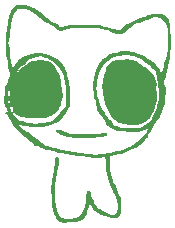
<source format=gto>
G04 #@! TF.GenerationSoftware,KiCad,Pcbnew,7.0.9*
G04 #@! TF.CreationDate,2023-12-10T23:46:28+00:00*
G04 #@! TF.ProjectId,eobard-plate,656f6261-7264-42d7-906c-6174652e6b69,2.2*
G04 #@! TF.SameCoordinates,Original*
G04 #@! TF.FileFunction,Legend,Top*
G04 #@! TF.FilePolarity,Positive*
%FSLAX46Y46*%
G04 Gerber Fmt 4.6, Leading zero omitted, Abs format (unit mm)*
G04 Created by KiCad (PCBNEW 7.0.9) date 2023-12-10 23:46:28*
%MOMM*%
%LPD*%
G01*
G04 APERTURE LIST*
G04 APERTURE END LIST*
G36*
X144801188Y-111748395D02*
G01*
X144929824Y-111780903D01*
X145104810Y-111845263D01*
X145349186Y-111949802D01*
X145629850Y-112077012D01*
X145750143Y-112103806D01*
X145964659Y-112124328D01*
X146249488Y-112138663D01*
X146580719Y-112146895D01*
X146934441Y-112149110D01*
X147286742Y-112145391D01*
X147613712Y-112135824D01*
X147891440Y-112120494D01*
X148096015Y-112099485D01*
X148203526Y-112072883D01*
X148210382Y-112067857D01*
X148329650Y-112009519D01*
X148498342Y-111989215D01*
X148666365Y-112005401D01*
X148783628Y-112056532D01*
X148805012Y-112086196D01*
X148813805Y-112201468D01*
X148716837Y-112257476D01*
X148691570Y-112261996D01*
X148565836Y-112305554D01*
X148513793Y-112333964D01*
X148414606Y-112360329D01*
X148221304Y-112384500D01*
X147964892Y-112403275D01*
X147763054Y-112411530D01*
X147406895Y-112421357D01*
X147020244Y-112431869D01*
X146668055Y-112441307D01*
X146552733Y-112444351D01*
X146296162Y-112445939D01*
X146084623Y-112437755D01*
X145951333Y-112421470D01*
X145927117Y-112412904D01*
X145821971Y-112383364D01*
X145650324Y-112367040D01*
X145599466Y-112365983D01*
X145428427Y-112355554D01*
X145315483Y-112330733D01*
X145300488Y-112321506D01*
X145202393Y-112271257D01*
X145180578Y-112266704D01*
X145083303Y-112235031D01*
X144918569Y-112166470D01*
X144807019Y-112115648D01*
X144614339Y-112000795D01*
X144513472Y-111890105D01*
X144509271Y-111800008D01*
X144606590Y-111746931D01*
X144695863Y-111739409D01*
X144801188Y-111748395D01*
G37*
G36*
X150905784Y-105851986D02*
G01*
X151237804Y-105952686D01*
X151476624Y-106100528D01*
X151486500Y-106109868D01*
X151622295Y-106225661D01*
X151730711Y-106291110D01*
X151754333Y-106296552D01*
X151824853Y-106337392D01*
X151829556Y-106359113D01*
X151878232Y-106418453D01*
X151900730Y-106421675D01*
X151990116Y-106460869D01*
X152137454Y-106561085D01*
X152310840Y-106696274D01*
X152478369Y-106840387D01*
X152608137Y-106967373D01*
X152666974Y-107047291D01*
X152732315Y-107185104D01*
X152761650Y-107234976D01*
X152844286Y-107399297D01*
X152908850Y-107582313D01*
X152921913Y-107641626D01*
X152953949Y-107746957D01*
X152985114Y-107822896D01*
X153002434Y-107984188D01*
X152966415Y-108133092D01*
X152927970Y-108310179D01*
X152956181Y-108386625D01*
X152987693Y-108477750D01*
X153007769Y-108651685D01*
X153016427Y-108870977D01*
X153013685Y-109098171D01*
X152999561Y-109295816D01*
X152974073Y-109426456D01*
X152955665Y-109455911D01*
X152909833Y-109540863D01*
X152893103Y-109670929D01*
X152850492Y-109921369D01*
X152737601Y-110199190D01*
X152594584Y-110425616D01*
X152491414Y-110583995D01*
X152429375Y-110719339D01*
X152349792Y-110829804D01*
X152193806Y-110962769D01*
X152000429Y-111092405D01*
X151808670Y-111192884D01*
X151657541Y-111238377D01*
X151644624Y-111238916D01*
X151525251Y-111267858D01*
X151485468Y-111301478D01*
X151406006Y-111333543D01*
X151240026Y-111353563D01*
X151025559Y-111361477D01*
X150800635Y-111357225D01*
X150603283Y-111340745D01*
X150471535Y-111311977D01*
X150453741Y-111303135D01*
X150340753Y-111262046D01*
X150153987Y-111221571D01*
X150027142Y-111202504D01*
X149774245Y-111148497D01*
X149634135Y-111062173D01*
X149620544Y-111043485D01*
X149534719Y-110949420D01*
X149480153Y-110926109D01*
X149382814Y-110877707D01*
X149257534Y-110757659D01*
X149137135Y-110603695D01*
X149054438Y-110453549D01*
X149044809Y-110425616D01*
X148990940Y-110285555D01*
X148899524Y-110085818D01*
X148818949Y-109925123D01*
X148723221Y-109725578D01*
X148657962Y-109558350D01*
X148639050Y-109475244D01*
X148611210Y-109365440D01*
X148585513Y-109336449D01*
X148555827Y-109262748D01*
X148524213Y-109096128D01*
X148496342Y-108868561D01*
X148489900Y-108797298D01*
X148461151Y-108543869D01*
X148423000Y-108328316D01*
X148382716Y-108189846D01*
X148374261Y-108173575D01*
X148332730Y-108036571D01*
X148371168Y-107911373D01*
X148424387Y-107757328D01*
X148470426Y-107551523D01*
X148479934Y-107491189D01*
X148512958Y-107307153D01*
X148550080Y-107173416D01*
X148562494Y-107147100D01*
X148643058Y-106978270D01*
X148704731Y-106773852D01*
X148732628Y-106590737D01*
X148727449Y-106516635D01*
X148743830Y-106395337D01*
X148855772Y-106241327D01*
X148933196Y-106163115D01*
X149105667Y-106021396D01*
X149290360Y-105931659D01*
X149540540Y-105869017D01*
X149577340Y-105862167D01*
X150052870Y-105803783D01*
X150503246Y-105801370D01*
X150905784Y-105851986D01*
G37*
G36*
X141776098Y-101175681D02*
G01*
X141949818Y-101196318D01*
X142036407Y-101226177D01*
X142038670Y-101229064D01*
X142126643Y-101281061D01*
X142202640Y-101291626D01*
X142383362Y-101329930D01*
X142622744Y-101432071D01*
X142885813Y-101578889D01*
X143137594Y-101751226D01*
X143312738Y-101899722D01*
X143516518Y-102088503D01*
X143731185Y-102275884D01*
X143852955Y-102375727D01*
X144015629Y-102506246D01*
X144145874Y-102615459D01*
X144185872Y-102651440D01*
X144313086Y-102715844D01*
X144410782Y-102730542D01*
X144561802Y-102777150D01*
X144694173Y-102888405D01*
X144759144Y-103021452D01*
X144760098Y-103037607D01*
X144810580Y-103078768D01*
X144933363Y-103078250D01*
X145085451Y-103042981D01*
X145223849Y-102979889D01*
X145254611Y-102957924D01*
X145344743Y-102934870D01*
X145538497Y-102916089D01*
X145814443Y-102901590D01*
X146151152Y-102891382D01*
X146527195Y-102885472D01*
X146921142Y-102883872D01*
X147311565Y-102886588D01*
X147677033Y-102893630D01*
X147996119Y-102905007D01*
X148247392Y-102920727D01*
X148409424Y-102940799D01*
X148457289Y-102956607D01*
X148571544Y-103009074D01*
X148751406Y-103056219D01*
X148817528Y-103067879D01*
X149035164Y-103116469D01*
X149232201Y-103184602D01*
X149267992Y-103201543D01*
X149449988Y-103262170D01*
X149668477Y-103292719D01*
X149705993Y-103293596D01*
X149903596Y-103272940D01*
X150036476Y-103195471D01*
X150092685Y-103132520D01*
X150224278Y-102999131D01*
X150351935Y-102913704D01*
X150511425Y-102837494D01*
X150593965Y-102793253D01*
X150747476Y-102705590D01*
X150812931Y-102668340D01*
X150934138Y-102605590D01*
X151114777Y-102518429D01*
X151203941Y-102476970D01*
X151413248Y-102379068D01*
X151606330Y-102285783D01*
X151662582Y-102257644D01*
X151831779Y-102192322D01*
X151970464Y-102167488D01*
X152120883Y-102126525D01*
X152212349Y-102066928D01*
X152346242Y-102002456D01*
X152589136Y-101956723D01*
X152854099Y-101933263D01*
X153122666Y-101920063D01*
X153306329Y-101925070D01*
X153444735Y-101954508D01*
X153577529Y-102014598D01*
X153656022Y-102059144D01*
X153805262Y-102154679D01*
X153922999Y-102256786D01*
X154012927Y-102380963D01*
X154078742Y-102542703D01*
X154124138Y-102757504D01*
X154152811Y-103040861D01*
X154168456Y-103408269D01*
X154174768Y-103875226D01*
X154175616Y-104238117D01*
X154172716Y-104791947D01*
X154163944Y-105223221D01*
X154149191Y-105534374D01*
X154128346Y-105727842D01*
X154105305Y-105802157D01*
X154055583Y-105913072D01*
X154008478Y-106096055D01*
X153989968Y-106202710D01*
X153954679Y-106395892D01*
X153915095Y-106538526D01*
X153895887Y-106578079D01*
X153864737Y-106670713D01*
X153834875Y-106845670D01*
X153817615Y-107009745D01*
X153777270Y-107279123D01*
X153706962Y-107433410D01*
X153681977Y-107456665D01*
X153611703Y-107582185D01*
X153626747Y-107782698D01*
X153715828Y-108021397D01*
X153747902Y-108159106D01*
X153760062Y-108376596D01*
X153754973Y-108648329D01*
X153735304Y-108948764D01*
X153703723Y-109252365D01*
X153662898Y-109533593D01*
X153615495Y-109766909D01*
X153564184Y-109926775D01*
X153511631Y-109987652D01*
X153510429Y-109987685D01*
X153464191Y-110039430D01*
X153455772Y-110097168D01*
X153427404Y-110229210D01*
X153362262Y-110385206D01*
X153305105Y-110520259D01*
X153293884Y-110603468D01*
X153294958Y-110605541D01*
X153269485Y-110669402D01*
X153177763Y-110796035D01*
X153044379Y-110952659D01*
X152901691Y-111125884D01*
X152801866Y-111276868D01*
X152767980Y-111365919D01*
X152722934Y-111495383D01*
X152674138Y-111551724D01*
X152594720Y-111656590D01*
X152580295Y-111712680D01*
X152533432Y-111818731D01*
X152502093Y-111845783D01*
X152397079Y-111956994D01*
X152306008Y-112118292D01*
X152267487Y-112260637D01*
X152224578Y-112363410D01*
X152142364Y-112458867D01*
X152048262Y-112572866D01*
X152017241Y-112656248D01*
X151974992Y-112733000D01*
X151945784Y-112740394D01*
X151864283Y-112778153D01*
X151720742Y-112876911D01*
X151554774Y-113008306D01*
X151206400Y-113266990D01*
X150904296Y-113418344D01*
X150724864Y-113461962D01*
X150582042Y-113510378D01*
X150419697Y-113604768D01*
X150410617Y-113611379D01*
X150224398Y-113703991D01*
X149975411Y-113769936D01*
X149888709Y-113782524D01*
X149686868Y-113812064D01*
X149534967Y-113846639D01*
X149483497Y-113867877D01*
X149382203Y-113912766D01*
X149223713Y-113956772D01*
X149217611Y-113958092D01*
X149014285Y-114001567D01*
X149014285Y-114433367D01*
X149046467Y-115019115D01*
X149138784Y-115566254D01*
X149284893Y-116040892D01*
X149338144Y-116163816D01*
X149437183Y-116363979D01*
X149521573Y-116515355D01*
X149573120Y-116585322D01*
X149573270Y-116585416D01*
X149619226Y-116663588D01*
X149661853Y-116811499D01*
X149665769Y-116831327D01*
X149720112Y-117015688D01*
X149811751Y-117237521D01*
X149860546Y-117335821D01*
X149939188Y-117503689D01*
X149986151Y-117670001D01*
X150008990Y-117876105D01*
X150015257Y-118163350D01*
X150015271Y-118182870D01*
X150008663Y-118434941D01*
X149990995Y-118636871D01*
X149965501Y-118757916D01*
X149952709Y-118777586D01*
X149898690Y-118866518D01*
X149890148Y-118927986D01*
X149839801Y-119087907D01*
X149700968Y-119187746D01*
X149491959Y-119232616D01*
X149231084Y-119227630D01*
X148936654Y-119177900D01*
X148626979Y-119088539D01*
X148320369Y-118964660D01*
X148035136Y-118811374D01*
X147789588Y-118633796D01*
X147602036Y-118437036D01*
X147503006Y-118261453D01*
X147421260Y-118115275D01*
X147338522Y-118063015D01*
X147278470Y-118109660D01*
X147262561Y-118210840D01*
X147239494Y-118343308D01*
X147200000Y-118402217D01*
X147157390Y-118485559D01*
X147137611Y-118636608D01*
X147137438Y-118652463D01*
X147119504Y-118807782D01*
X147075843Y-118901555D01*
X147071018Y-118905095D01*
X146999416Y-118991056D01*
X146946833Y-119098075D01*
X146862217Y-119229286D01*
X146778648Y-119289191D01*
X146640020Y-119362446D01*
X146558301Y-119422808D01*
X146487347Y-119471782D01*
X146390755Y-119508776D01*
X146246743Y-119537431D01*
X146033531Y-119561389D01*
X145729334Y-119584289D01*
X145509691Y-119598096D01*
X145261489Y-119607131D01*
X145061715Y-119603305D01*
X144942672Y-119587658D01*
X144925783Y-119579313D01*
X144842500Y-119529974D01*
X144829425Y-119528325D01*
X144756696Y-119491506D01*
X144632427Y-119400029D01*
X144595372Y-119369559D01*
X144435205Y-119168611D01*
X144310987Y-118882127D01*
X144238231Y-118548014D01*
X144231323Y-118480066D01*
X144207196Y-118338669D01*
X144175837Y-118266314D01*
X144157274Y-118188965D01*
X144143025Y-118017691D01*
X144135274Y-117783671D01*
X144134483Y-117676024D01*
X144127791Y-117425623D01*
X144109916Y-117225488D01*
X144084155Y-117106594D01*
X144071921Y-117088424D01*
X144029287Y-117003631D01*
X144011216Y-116855472D01*
X144018814Y-116702137D01*
X144053184Y-116601816D01*
X144062529Y-116593736D01*
X144090862Y-116520499D01*
X144121186Y-116352875D01*
X144148489Y-116121405D01*
X144157809Y-116013040D01*
X144183390Y-115759526D01*
X144215551Y-115552790D01*
X144248766Y-115425430D01*
X144261043Y-115404080D01*
X144297784Y-115308737D01*
X144319580Y-115138965D01*
X144322167Y-115053087D01*
X144331288Y-114870590D01*
X144354349Y-114743953D01*
X144367789Y-114717597D01*
X144393997Y-114633492D01*
X144411116Y-114468278D01*
X144414710Y-114347441D01*
X144421951Y-114154896D01*
X144449167Y-114057241D01*
X144507603Y-114024544D01*
X144536632Y-114022907D01*
X144650525Y-114081611D01*
X144710511Y-114210591D01*
X144734160Y-114377012D01*
X144732363Y-114580064D01*
X144709404Y-114775042D01*
X144669563Y-114917241D01*
X144638837Y-114958943D01*
X144610934Y-115031652D01*
X144580264Y-115198807D01*
X144551912Y-115429977D01*
X144541897Y-115539096D01*
X144515097Y-115789014D01*
X144482317Y-115988577D01*
X144449108Y-116106937D01*
X144436466Y-116124953D01*
X144412146Y-116200125D01*
X144394543Y-116372391D01*
X144383525Y-116613911D01*
X144378960Y-116896842D01*
X144380715Y-117193344D01*
X144388657Y-117475576D01*
X144402656Y-117715697D01*
X144422577Y-117885864D01*
X144445162Y-117955902D01*
X144488925Y-118058139D01*
X144509928Y-118221969D01*
X144510237Y-118242685D01*
X144534888Y-118445630D01*
X144593704Y-118623975D01*
X144594419Y-118625352D01*
X144675644Y-118814273D01*
X144721383Y-118957923D01*
X144826953Y-119132062D01*
X145038264Y-119245452D01*
X145350813Y-119296520D01*
X145675593Y-119291084D01*
X146059670Y-119233796D01*
X146368815Y-119118495D01*
X146610695Y-118934418D01*
X146792978Y-118670803D01*
X146923332Y-118316888D01*
X147009425Y-117861913D01*
X147055570Y-117354311D01*
X147075738Y-117101058D01*
X147102960Y-116950844D01*
X147143004Y-116881590D01*
X147182226Y-116869458D01*
X147309430Y-116924806D01*
X147408674Y-117062100D01*
X147448256Y-117231680D01*
X147477624Y-117377008D01*
X147548435Y-117564141D01*
X147575369Y-117620197D01*
X147652366Y-117786178D01*
X147696449Y-117910372D01*
X147700492Y-117936080D01*
X147742830Y-118024224D01*
X147848259Y-118157649D01*
X147984406Y-118302594D01*
X148118894Y-118425301D01*
X148219350Y-118492009D01*
X148237497Y-118496059D01*
X148336206Y-118539604D01*
X148385937Y-118586609D01*
X148487244Y-118660326D01*
X148658470Y-118744039D01*
X148753327Y-118780912D01*
X148959705Y-118857794D01*
X149139507Y-118930744D01*
X149192865Y-118954677D01*
X149295033Y-118986994D01*
X149383821Y-118956400D01*
X149499551Y-118845968D01*
X149528675Y-118813711D01*
X149621720Y-118703143D01*
X149675677Y-118605218D01*
X149698626Y-118483530D01*
X149698647Y-118301675D01*
X149688012Y-118095824D01*
X149642642Y-117720734D01*
X149557583Y-117410525D01*
X149440360Y-117187881D01*
X149360186Y-117107513D01*
X149329040Y-117041235D01*
X149339207Y-117024175D01*
X149331892Y-116953379D01*
X149266534Y-116822241D01*
X149227912Y-116761797D01*
X149133296Y-116599634D01*
X149080688Y-116465314D01*
X149076847Y-116436717D01*
X149042732Y-116305067D01*
X148992033Y-116210842D01*
X148935946Y-116079678D01*
X148884995Y-115878714D01*
X148862888Y-115744914D01*
X148826538Y-115539031D01*
X148780946Y-115379190D01*
X148752147Y-115322370D01*
X148723152Y-115228550D01*
X148698876Y-115040815D01*
X148682603Y-114790367D01*
X148677967Y-114617007D01*
X148669607Y-114301862D01*
X148652307Y-114101737D01*
X148623723Y-114006705D01*
X148581510Y-114006837D01*
X148545074Y-114054187D01*
X148468332Y-114081944D01*
X148298908Y-114101471D01*
X148068978Y-114112657D01*
X147810718Y-114115389D01*
X147556306Y-114109556D01*
X147337919Y-114095044D01*
X147187732Y-114071742D01*
X147152230Y-114059044D01*
X147046739Y-114029008D01*
X146848252Y-113993741D01*
X146588469Y-113958333D01*
X146386699Y-113936145D01*
X145798578Y-113873204D01*
X145323261Y-113811669D01*
X144948480Y-113749355D01*
X144661969Y-113684079D01*
X144451459Y-113613656D01*
X144375076Y-113578049D01*
X144206930Y-113523356D01*
X143990506Y-113493193D01*
X143925197Y-113491133D01*
X143746480Y-113478441D01*
X143625545Y-113446403D01*
X143602709Y-113428572D01*
X143513411Y-113373761D01*
X143457327Y-113366010D01*
X143336738Y-113337578D01*
X143167741Y-113266760D01*
X143117157Y-113240887D01*
X142930077Y-113160412D01*
X142759009Y-113117800D01*
X142727074Y-113115764D01*
X142606583Y-113088714D01*
X142570640Y-112988073D01*
X142570443Y-112974632D01*
X142515298Y-112836725D01*
X142386194Y-112751943D01*
X142256882Y-112672139D01*
X142071792Y-112530056D01*
X141863904Y-112351608D01*
X141789457Y-112283100D01*
X141568327Y-112078043D01*
X141348031Y-111878015D01*
X141168172Y-111718870D01*
X141132090Y-111687909D01*
X141014212Y-111581921D01*
X140915981Y-111473615D01*
X140820343Y-111337744D01*
X140710245Y-111149062D01*
X140568634Y-110882322D01*
X140505911Y-110760880D01*
X140404394Y-110581322D01*
X140312736Y-110448705D01*
X140271305Y-110406867D01*
X140198657Y-110322190D01*
X140222952Y-110253551D01*
X140286946Y-110237931D01*
X140358790Y-110231106D01*
X140371325Y-110189766D01*
X140324605Y-110082619D01*
X140287331Y-110010477D01*
X140220917Y-109854559D01*
X140213697Y-109822904D01*
X140593008Y-109822904D01*
X140599388Y-109907600D01*
X140600158Y-109909483D01*
X140657590Y-110067086D01*
X140676710Y-110128448D01*
X140729243Y-110221081D01*
X140763454Y-110237931D01*
X140812676Y-110288635D01*
X140818719Y-110330675D01*
X140864168Y-110437408D01*
X140979500Y-110586248D01*
X141133194Y-110746003D01*
X141293729Y-110885482D01*
X141429582Y-110973491D01*
X141483660Y-110988670D01*
X141616021Y-111015462D01*
X141666428Y-111045704D01*
X141816079Y-111123982D01*
X142063876Y-111180902D01*
X142384394Y-111214743D01*
X142752206Y-111223783D01*
X143141887Y-111206299D01*
X143477640Y-111168362D01*
X143726404Y-111124075D01*
X143930586Y-111063918D01*
X144113886Y-110972480D01*
X144300000Y-110834352D01*
X144512626Y-110634122D01*
X144775463Y-110356379D01*
X144847934Y-110277256D01*
X145354433Y-109722246D01*
X145348865Y-108820259D01*
X145341774Y-108437919D01*
X145326378Y-108139547D01*
X145303721Y-107938930D01*
X145275552Y-107850527D01*
X145233463Y-107739909D01*
X145241198Y-107695767D01*
X145236526Y-107573671D01*
X145213186Y-107531346D01*
X145161899Y-107421124D01*
X145115559Y-107250726D01*
X145109683Y-107220262D01*
X145051693Y-107013455D01*
X144959038Y-106785815D01*
X144929482Y-106726866D01*
X144825498Y-106572935D01*
X144669848Y-106389573D01*
X144488121Y-106201642D01*
X144305908Y-106034005D01*
X144148799Y-105911524D01*
X144042383Y-105859060D01*
X144035812Y-105858621D01*
X143936379Y-105815080D01*
X143888295Y-105769669D01*
X143782815Y-105703909D01*
X143610140Y-105648816D01*
X143552186Y-105637472D01*
X143368432Y-105595435D01*
X143232116Y-105543693D01*
X143209048Y-105528879D01*
X143107810Y-105500508D01*
X143055772Y-105535952D01*
X142949520Y-105583195D01*
X142779526Y-105607500D01*
X142741115Y-105608375D01*
X142528711Y-105641575D01*
X142305378Y-105727568D01*
X142107529Y-105845936D01*
X141971580Y-105976264D01*
X141933056Y-106061412D01*
X141855184Y-106186242D01*
X141734780Y-106241806D01*
X141555520Y-106317295D01*
X141431883Y-106401663D01*
X141325906Y-106526283D01*
X141227266Y-106687692D01*
X141153571Y-106848958D01*
X141122429Y-106973152D01*
X141137273Y-107019561D01*
X141186999Y-107003261D01*
X141194088Y-106963834D01*
X141244618Y-106863924D01*
X141287931Y-106836982D01*
X141370896Y-106767685D01*
X141381773Y-106730834D01*
X141427268Y-106644409D01*
X141532284Y-106536001D01*
X141649623Y-106448942D01*
X141716262Y-106423756D01*
X141788484Y-106384209D01*
X141920671Y-106284023D01*
X142043700Y-106180071D01*
X142225824Y-106041514D01*
X142420256Y-105947802D01*
X142656367Y-105891332D01*
X142963530Y-105864499D01*
X143282993Y-105859267D01*
X143688982Y-105902266D01*
X144016256Y-106035954D01*
X144278785Y-106269649D01*
X144490539Y-106612670D01*
X144524698Y-106687562D01*
X144592431Y-106809500D01*
X144648691Y-106859606D01*
X144694401Y-106909294D01*
X144697922Y-106937808D01*
X144725454Y-107045630D01*
X144789766Y-107191353D01*
X144836082Y-107333162D01*
X144880269Y-107559183D01*
X144914915Y-107828614D01*
X144923627Y-107928398D01*
X144947991Y-108180797D01*
X144977421Y-108382392D01*
X145007064Y-108503064D01*
X145019468Y-108523126D01*
X145061566Y-108612252D01*
X145071585Y-108776896D01*
X145052113Y-108972352D01*
X145005739Y-109153914D01*
X144979449Y-109214154D01*
X144911949Y-109385680D01*
X144885607Y-109530421D01*
X144859704Y-109656638D01*
X144822660Y-109706158D01*
X144768527Y-109795142D01*
X144760098Y-109855827D01*
X144716273Y-109963423D01*
X144607075Y-110109304D01*
X144465918Y-110258354D01*
X144326216Y-110375458D01*
X144221384Y-110425503D01*
X144217898Y-110425616D01*
X144141558Y-110462320D01*
X144134483Y-110486986D01*
X144081146Y-110545138D01*
X143966608Y-110590489D01*
X143776903Y-110654219D01*
X143638160Y-110716419D01*
X143492855Y-110756369D01*
X143257210Y-110783376D01*
X142965372Y-110797126D01*
X142651483Y-110797306D01*
X142349691Y-110783600D01*
X142094139Y-110755695D01*
X141976108Y-110731715D01*
X141752972Y-110680057D01*
X141496953Y-110630874D01*
X141418158Y-110617949D01*
X141134002Y-110524746D01*
X140933220Y-110353907D01*
X140829943Y-110119926D01*
X140819030Y-110003325D01*
X140803028Y-109860003D01*
X140740720Y-109805075D01*
X140686902Y-109800000D01*
X140593008Y-109822904D01*
X140213697Y-109822904D01*
X140193489Y-109734311D01*
X140151902Y-109603972D01*
X140125130Y-109569366D01*
X140095224Y-109473183D01*
X140085980Y-109286084D01*
X140088355Y-109214568D01*
X140398920Y-109214568D01*
X140414719Y-109385473D01*
X140414831Y-109386072D01*
X140457821Y-109533315D01*
X140510067Y-109609436D01*
X140520694Y-109612315D01*
X140555081Y-109558190D01*
X140541447Y-109412372D01*
X140540731Y-109408990D01*
X140501106Y-109220854D01*
X140469851Y-109068902D01*
X140472858Y-108944953D01*
X140505413Y-108893165D01*
X140544231Y-108816063D01*
X140564411Y-108676155D01*
X140565245Y-108521723D01*
X140546028Y-108401050D01*
X140513199Y-108361084D01*
X140475484Y-108417960D01*
X140441925Y-108565851D01*
X140415796Y-108770653D01*
X140400370Y-108998260D01*
X140398920Y-109214568D01*
X140088355Y-109214568D01*
X140094271Y-109036414D01*
X140116971Y-108752513D01*
X140150953Y-108462727D01*
X140193090Y-108195397D01*
X140240257Y-107978866D01*
X140289326Y-107841477D01*
X140319376Y-107808457D01*
X140368695Y-107737234D01*
X140381200Y-107652053D01*
X140415324Y-107507400D01*
X140497560Y-107340791D01*
X140504069Y-107330727D01*
X140551492Y-107203695D01*
X141006404Y-107203695D01*
X141037685Y-107234976D01*
X141068965Y-107203695D01*
X141037685Y-107172414D01*
X141006404Y-107203695D01*
X140551492Y-107203695D01*
X140589005Y-107103208D01*
X140561324Y-106874347D01*
X140492745Y-106753883D01*
X140460607Y-106658978D01*
X140428646Y-106475395D01*
X140402896Y-106239444D01*
X140399142Y-106190829D01*
X140375156Y-105948767D01*
X140343580Y-105751888D01*
X140310521Y-105636589D01*
X140304495Y-105626805D01*
X140279458Y-105533723D01*
X140259757Y-105342082D01*
X140245511Y-105078139D01*
X140236838Y-104768147D01*
X140233859Y-104438362D01*
X140234302Y-104387810D01*
X140444990Y-104387810D01*
X140464302Y-104520748D01*
X140496607Y-104570358D01*
X140520946Y-104642232D01*
X140547524Y-104813270D01*
X140573080Y-105057638D01*
X140593816Y-105340430D01*
X140615839Y-105634504D01*
X140642894Y-105883499D01*
X140671478Y-106060357D01*
X140696962Y-106137020D01*
X140748646Y-106246789D01*
X140756157Y-106309064D01*
X140779606Y-106403802D01*
X140807014Y-106421675D01*
X140890399Y-106375156D01*
X141006850Y-106261280D01*
X141122757Y-106118568D01*
X141204512Y-105985544D01*
X141218286Y-105950277D01*
X141289972Y-105865689D01*
X141444667Y-105752301D01*
X141649542Y-105628614D01*
X141871768Y-105513126D01*
X142078515Y-105424339D01*
X142226354Y-105382213D01*
X142354052Y-105359896D01*
X142554746Y-105322194D01*
X142726847Y-105288701D01*
X143201861Y-105240200D01*
X143640424Y-105297544D01*
X144074085Y-105466346D01*
X144238634Y-105557592D01*
X144532005Y-105745772D01*
X144779054Y-105930533D01*
X144961323Y-106096064D01*
X145060356Y-106226551D01*
X145072906Y-106272330D01*
X145116984Y-106359347D01*
X145137721Y-106370292D01*
X145199583Y-106441565D01*
X145270744Y-106591872D01*
X145334998Y-106777750D01*
X145376136Y-106955735D01*
X145382968Y-107027958D01*
X145407279Y-107151800D01*
X145440036Y-107198603D01*
X145475455Y-107274221D01*
X145512117Y-107436311D01*
X145536770Y-107607040D01*
X145568557Y-107812244D01*
X145607849Y-107962989D01*
X145638851Y-108018782D01*
X145660876Y-108091918D01*
X145679146Y-108266944D01*
X145692117Y-108520645D01*
X145698242Y-108829809D01*
X145698522Y-108914553D01*
X145698522Y-109773446D01*
X145513380Y-109990048D01*
X145401014Y-110134708D01*
X145333835Y-110246594D01*
X145325695Y-110274191D01*
X145284965Y-110349224D01*
X145178953Y-110488997D01*
X145028101Y-110667106D01*
X144978710Y-110722353D01*
X144602383Y-111071463D01*
X144214442Y-111298321D01*
X143810297Y-111405600D01*
X143804971Y-111406213D01*
X143604954Y-111439983D01*
X143439431Y-111486330D01*
X143410911Y-111498363D01*
X143247196Y-111537051D01*
X142995222Y-111550278D01*
X142686335Y-111541284D01*
X142351877Y-111513307D01*
X142023195Y-111469587D01*
X141731633Y-111413362D01*
X141508535Y-111347873D01*
X141399877Y-111290542D01*
X141331909Y-111258416D01*
X141319212Y-111276028D01*
X141362991Y-111355639D01*
X141474402Y-111484999D01*
X141623558Y-111635468D01*
X141780569Y-111778401D01*
X141915547Y-111885158D01*
X141998594Y-111927094D01*
X142094336Y-111964541D01*
X142244354Y-112060773D01*
X142355563Y-112146059D01*
X142512217Y-112267173D01*
X142632043Y-112346692D01*
X142675454Y-112365025D01*
X142756530Y-112406948D01*
X142884304Y-112511452D01*
X143023439Y-112646638D01*
X143138599Y-112780609D01*
X143144076Y-112788052D01*
X143255618Y-112881522D01*
X143443474Y-112987393D01*
X143663146Y-113085500D01*
X143870136Y-113155679D01*
X144005317Y-113178325D01*
X144109201Y-113200535D01*
X144134483Y-113232827D01*
X144190544Y-113271419D01*
X144333816Y-113310151D01*
X144444719Y-113328483D01*
X144629622Y-113361706D01*
X144756629Y-113400727D01*
X144786667Y-113420948D01*
X144859674Y-113449128D01*
X145026007Y-113478998D01*
X145254064Y-113505292D01*
X145332287Y-113511887D01*
X145573694Y-113536232D01*
X145763789Y-113566129D01*
X145870657Y-113596192D01*
X145881842Y-113604619D01*
X145954205Y-113630075D01*
X146126777Y-113661943D01*
X146375061Y-113696450D01*
X146674558Y-113729823D01*
X146729967Y-113735223D01*
X147035330Y-113766424D01*
X147293316Y-113796700D01*
X147479602Y-113822909D01*
X147569868Y-113841909D01*
X147574004Y-113844284D01*
X147655697Y-113857163D01*
X147846762Y-113852015D01*
X148132913Y-113829899D01*
X148499863Y-113791871D01*
X148845777Y-113750222D01*
X149087175Y-113713620D01*
X149283531Y-113672881D01*
X149398735Y-113635749D01*
X149408831Y-113629460D01*
X149509071Y-113591351D01*
X149688851Y-113555040D01*
X149841209Y-113535620D01*
X150084386Y-113492646D01*
X150320220Y-113419326D01*
X150511850Y-113330157D01*
X150622418Y-113239634D01*
X150630460Y-113225246D01*
X150702494Y-113182040D01*
X150737765Y-113178325D01*
X150834394Y-113139552D01*
X150976323Y-113041881D01*
X151037978Y-112990641D01*
X151179842Y-112877388D01*
X151288417Y-112810580D01*
X151314882Y-112802956D01*
X151401416Y-112757660D01*
X151540444Y-112638838D01*
X151708107Y-112472089D01*
X151880545Y-112283012D01*
X152033896Y-112097206D01*
X152144300Y-111940269D01*
X152177083Y-111877934D01*
X152245043Y-111707302D01*
X152260272Y-111636959D01*
X152222159Y-111653444D01*
X152169176Y-111703660D01*
X152026761Y-111784909D01*
X151931442Y-111801971D01*
X151790448Y-111829610D01*
X151726141Y-111867849D01*
X151636051Y-111894242D01*
X151447009Y-111909838D01*
X151184646Y-111915479D01*
X150874591Y-111912006D01*
X150542473Y-111900262D01*
X150213922Y-111881088D01*
X149914567Y-111855325D01*
X149670038Y-111823815D01*
X149534142Y-111795869D01*
X149307867Y-111710407D01*
X149103143Y-111594225D01*
X149030226Y-111535716D01*
X148897793Y-111425617D01*
X148793138Y-111366991D01*
X148776256Y-111364040D01*
X148720921Y-111310382D01*
X148701478Y-111201026D01*
X148647872Y-111013509D01*
X148490800Y-110773461D01*
X148263179Y-110517258D01*
X148171664Y-110401845D01*
X148138423Y-110321593D01*
X148095056Y-110227911D01*
X148045270Y-110175941D01*
X147984095Y-110086622D01*
X147988094Y-110040417D01*
X147986276Y-109947516D01*
X147961980Y-109906742D01*
X147917296Y-109803746D01*
X147873303Y-109626400D01*
X147854859Y-109518473D01*
X147819994Y-109325308D01*
X147781480Y-109182676D01*
X147763022Y-109143104D01*
X147722482Y-109032733D01*
X147686025Y-108834117D01*
X147655592Y-108577866D01*
X147633125Y-108294592D01*
X147632587Y-108282603D01*
X147901759Y-108282603D01*
X147920163Y-108454509D01*
X147943589Y-108508873D01*
X147985344Y-108629823D01*
X147982019Y-108736453D01*
X147980191Y-108878103D01*
X148006881Y-108950783D01*
X148047056Y-109049433D01*
X148087558Y-109221819D01*
X148102875Y-109313752D01*
X148195711Y-109651629D01*
X148366614Y-110007416D01*
X148589511Y-110329664D01*
X148655813Y-110404874D01*
X148791429Y-110565939D01*
X148896567Y-110718291D01*
X148913241Y-110748963D01*
X149023545Y-110887442D01*
X149124879Y-110956584D01*
X149240991Y-111064930D01*
X149264532Y-111188355D01*
X149281894Y-111304324D01*
X149357689Y-111366020D01*
X149499138Y-111400643D01*
X149668686Y-111440199D01*
X149784954Y-111483339D01*
X149796305Y-111490588D01*
X149906715Y-111544907D01*
X149983990Y-111569016D01*
X150131145Y-111588001D01*
X150367298Y-111600316D01*
X150656495Y-111605858D01*
X150962782Y-111604527D01*
X151250207Y-111596222D01*
X151482816Y-111580842D01*
X151547267Y-111573409D01*
X151713672Y-111538953D01*
X151861018Y-111473452D01*
X152023332Y-111356701D01*
X152234643Y-111168493D01*
X152244176Y-111159586D01*
X152424714Y-110979700D01*
X152562985Y-110821004D01*
X152637293Y-110709272D01*
X152644248Y-110684330D01*
X152681980Y-110564439D01*
X152767980Y-110425616D01*
X152855703Y-110282142D01*
X152891712Y-110163421D01*
X152925753Y-110050153D01*
X152955665Y-110018966D01*
X152999019Y-109935251D01*
X153018177Y-109785621D01*
X153018226Y-109777539D01*
X153039080Y-109614115D01*
X153089298Y-109503715D01*
X153089972Y-109503033D01*
X153127051Y-109402575D01*
X153152819Y-109205762D01*
X153158095Y-109111823D01*
X153393596Y-109111823D01*
X153416486Y-109163318D01*
X153435304Y-109153531D01*
X153442791Y-109079285D01*
X153435304Y-109070115D01*
X153398111Y-109078703D01*
X153393596Y-109111823D01*
X153158095Y-109111823D01*
X153167700Y-108940810D01*
X153172115Y-108635936D01*
X153166486Y-108319356D01*
X153151236Y-108019286D01*
X153126786Y-107763944D01*
X153093560Y-107581546D01*
X153060094Y-107506236D01*
X153031144Y-107420079D01*
X153018267Y-107268613D01*
X153018226Y-107259522D01*
X153000542Y-107107190D01*
X152957674Y-107017484D01*
X152954644Y-107015379D01*
X152920855Y-106937087D01*
X152930756Y-106911858D01*
X152908301Y-106843063D01*
X152819543Y-106718602D01*
X152690648Y-106567103D01*
X152547781Y-106417193D01*
X152417105Y-106297501D01*
X152324787Y-106236656D01*
X152311214Y-106233990D01*
X152239465Y-106195555D01*
X152104700Y-106094923D01*
X151940723Y-105957848D01*
X151734994Y-105800508D01*
X151535056Y-105685102D01*
X151414496Y-105642205D01*
X151273453Y-105600269D01*
X151205133Y-105549557D01*
X151203941Y-105542978D01*
X151148588Y-105504919D01*
X151010986Y-105484404D01*
X150964121Y-105483251D01*
X150799900Y-105474151D01*
X150696161Y-105451626D01*
X150686207Y-105445156D01*
X150600216Y-105416287D01*
X150444068Y-105399797D01*
X150266175Y-105396548D01*
X150114955Y-105407400D01*
X150038822Y-105433215D01*
X150038546Y-105433642D01*
X149961135Y-105467326D01*
X149813431Y-105483091D01*
X149796305Y-105483251D01*
X149643243Y-105498138D01*
X149553744Y-105534409D01*
X149550442Y-105538721D01*
X149470709Y-105587066D01*
X149322521Y-105630379D01*
X149306684Y-105633488D01*
X149137023Y-105697646D01*
X148938146Y-105817333D01*
X148837062Y-105895462D01*
X148645201Y-106094946D01*
X148449562Y-106356069D01*
X148275054Y-106639339D01*
X148146583Y-106905266D01*
X148094948Y-107072070D01*
X148053588Y-107229960D01*
X148007424Y-107331701D01*
X147961389Y-107446452D01*
X147951148Y-107519386D01*
X147942930Y-107645218D01*
X147927153Y-107847220D01*
X147911263Y-108035025D01*
X147901759Y-108282603D01*
X147632587Y-108282603D01*
X147620564Y-108014905D01*
X147619852Y-107769415D01*
X147632930Y-107588733D01*
X147659172Y-107505688D01*
X147692087Y-107416248D01*
X147700492Y-107322083D01*
X147726947Y-107192541D01*
X147767319Y-107138497D01*
X147809326Y-107052831D01*
X147802069Y-107013606D01*
X147811483Y-106918079D01*
X147867227Y-106749075D01*
X147954208Y-106549726D01*
X148047538Y-106349442D01*
X148113811Y-106192689D01*
X148138423Y-106114564D01*
X148188186Y-106047069D01*
X148232266Y-106023682D01*
X148315490Y-105940073D01*
X148326108Y-105891865D01*
X148355178Y-105807299D01*
X148380806Y-105796059D01*
X148454595Y-105756930D01*
X148583742Y-105656788D01*
X148675239Y-105576471D01*
X149003591Y-105353739D01*
X149371281Y-105243832D01*
X149526726Y-105233354D01*
X149665297Y-105212085D01*
X149733744Y-105170444D01*
X149809874Y-105142862D01*
X149976501Y-105123288D01*
X150199398Y-105111949D01*
X150444340Y-105109071D01*
X150677099Y-105114885D01*
X150863451Y-105129617D01*
X150969169Y-105153495D01*
X150979847Y-105162145D01*
X151057471Y-105201583D01*
X151213488Y-105237074D01*
X151289422Y-105247522D01*
X151530319Y-105308553D01*
X151752920Y-105418228D01*
X151775711Y-105434253D01*
X151931647Y-105543457D01*
X152057780Y-105621378D01*
X152079803Y-105632511D01*
X152251841Y-105724409D01*
X152458407Y-105854029D01*
X152667085Y-105998511D01*
X152845459Y-106134994D01*
X152961114Y-106240616D01*
X152982612Y-106269211D01*
X153060879Y-106385192D01*
X153105672Y-106431080D01*
X153162453Y-106507122D01*
X153247255Y-106658058D01*
X153305391Y-106775169D01*
X153387143Y-106940165D01*
X153431269Y-107000799D01*
X153449388Y-106967735D01*
X153452551Y-106910219D01*
X153473395Y-106773636D01*
X153510473Y-106708299D01*
X153548858Y-106631856D01*
X153588053Y-106472627D01*
X153607802Y-106350474D01*
X153650027Y-106136737D01*
X153709042Y-105957788D01*
X153741172Y-105897219D01*
X153796267Y-105756924D01*
X153828264Y-105556170D01*
X153831527Y-105473023D01*
X153843746Y-105290737D01*
X153874719Y-105165701D01*
X153894088Y-105139163D01*
X153917676Y-105063236D01*
X153936454Y-104877168D01*
X153949546Y-104595881D01*
X153956073Y-104234294D01*
X153956650Y-104075616D01*
X153952905Y-103686897D01*
X153942255Y-103372690D01*
X153925579Y-103147916D01*
X153903753Y-103027494D01*
X153894088Y-103012069D01*
X153840106Y-102923155D01*
X153831527Y-102861432D01*
X153789176Y-102762065D01*
X153678578Y-102612611D01*
X153536381Y-102458474D01*
X153279735Y-102251849D01*
X153040845Y-102162068D01*
X152805563Y-102184990D01*
X152720210Y-102219464D01*
X152591208Y-102282441D01*
X152421336Y-102366779D01*
X152403181Y-102375868D01*
X152226027Y-102446683D01*
X152071523Y-102480287D01*
X152059092Y-102480708D01*
X151914920Y-102514924D01*
X151747893Y-102597532D01*
X151735714Y-102605419D01*
X151549938Y-102692312D01*
X151361151Y-102730083D01*
X151356409Y-102730130D01*
X151149140Y-102786095D01*
X150984975Y-102918227D01*
X150857242Y-103035916D01*
X150757268Y-103101221D01*
X150737830Y-103105911D01*
X150661283Y-103147176D01*
X150528965Y-103254669D01*
X150389806Y-103385391D01*
X150217500Y-103544865D01*
X150081904Y-103629984D01*
X149940172Y-103662969D01*
X149846919Y-103666918D01*
X149676410Y-103656086D01*
X149565909Y-103626503D01*
X149550442Y-103613496D01*
X149471087Y-103565871D01*
X149321493Y-103521819D01*
X149296504Y-103516819D01*
X149151903Y-103476598D01*
X149078965Y-103430679D01*
X149076847Y-103422988D01*
X149021005Y-103384060D01*
X148878873Y-103343925D01*
X148779680Y-103326126D01*
X148584121Y-103285128D01*
X148433517Y-103232669D01*
X148394744Y-103209539D01*
X148303582Y-103185219D01*
X148109559Y-103165579D01*
X147834848Y-103150629D01*
X147501625Y-103140380D01*
X147132062Y-103134841D01*
X146748335Y-103134023D01*
X146372618Y-103137935D01*
X146027085Y-103146589D01*
X145733911Y-103159993D01*
X145515269Y-103178158D01*
X145393334Y-103201094D01*
X145379789Y-103208170D01*
X145258081Y-103271063D01*
X145089264Y-103322466D01*
X144941096Y-103366415D01*
X144857008Y-103414167D01*
X144855012Y-103416986D01*
X144797791Y-103404761D01*
X144680936Y-103321380D01*
X144555233Y-103208848D01*
X144317603Y-103005129D01*
X144055639Y-102841650D01*
X143759113Y-102702854D01*
X143567515Y-102605282D01*
X143364519Y-102464009D01*
X143118570Y-102256411D01*
X143049298Y-102193887D01*
X142737165Y-101927126D01*
X142466295Y-101741913D01*
X142202340Y-101620104D01*
X141910951Y-101543556D01*
X141775416Y-101521017D01*
X141535360Y-101489712D01*
X141383668Y-101484140D01*
X141285680Y-101507203D01*
X141206739Y-101561802D01*
X141198300Y-101569341D01*
X141072235Y-101727277D01*
X140942451Y-101958954D01*
X140833455Y-102216218D01*
X140782482Y-102386453D01*
X140737192Y-102540558D01*
X140693366Y-102636700D01*
X140671216Y-102721511D01*
X140646367Y-102902940D01*
X140622152Y-103152625D01*
X140605174Y-103387286D01*
X140582741Y-103671304D01*
X140554885Y-103909820D01*
X140525463Y-104074619D01*
X140502935Y-104134897D01*
X140458168Y-104238569D01*
X140444990Y-104387810D01*
X140234302Y-104387810D01*
X140236691Y-104115038D01*
X140245455Y-103824430D01*
X140260268Y-103592793D01*
X140281250Y-103446381D01*
X140294460Y-103412864D01*
X140330380Y-103312581D01*
X140364680Y-103122635D01*
X140391470Y-102878412D01*
X140397587Y-102793104D01*
X140426689Y-102502101D01*
X140471979Y-102251693D01*
X140525954Y-102082507D01*
X140530451Y-102073645D01*
X140599414Y-101921840D01*
X140630511Y-101809714D01*
X140630649Y-101805558D01*
X140671129Y-101679277D01*
X140771925Y-101511483D01*
X140903373Y-101347606D01*
X140975097Y-101278067D01*
X141092585Y-101214341D01*
X141277503Y-101179646D01*
X141550125Y-101168584D01*
X141776098Y-101175681D01*
G37*
%LPC*%
%LPD*%
M02*

</source>
